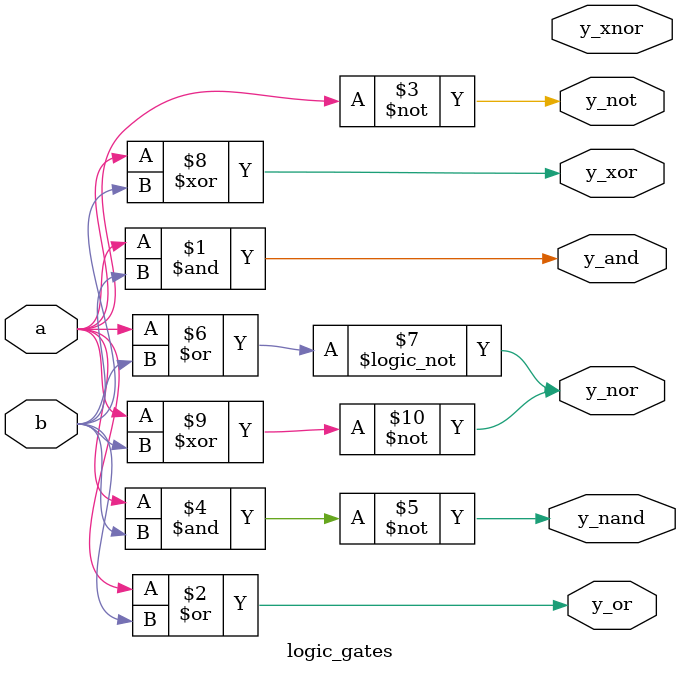
<source format=v>
module logic_gates(output y_and,y_or,y_not,y_xor,y_xnor,y_nand,y_nor,input a,b);
  assign y_and=a&b;
  assign y_or=a|b;
  assign y_not=~a;
  assign y_nand=~(a&b);
  assign y_nor=!(a|b);
  assign y_xor=a^b;
  assign y_nor=~(a^b);
  
endmodule
  

</source>
